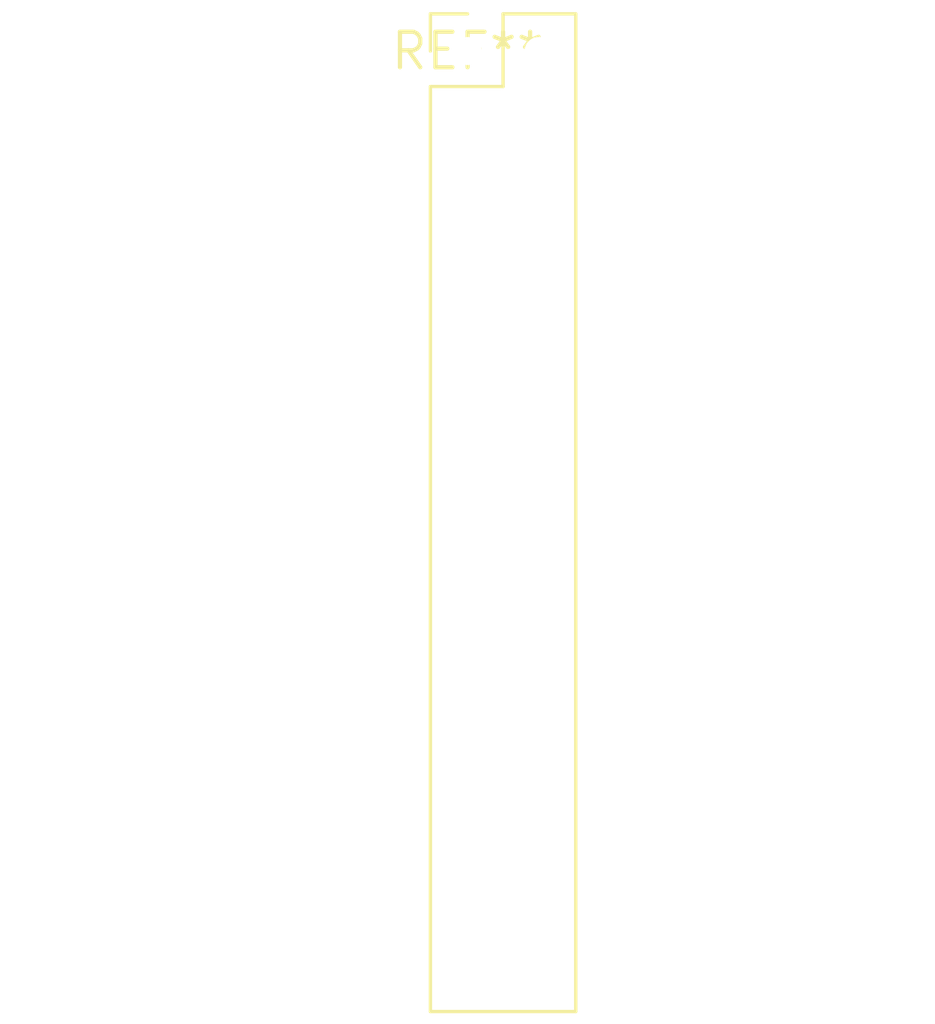
<source format=kicad_pcb>
(kicad_pcb (version 20240108) (generator pcbnew)
  (layers (0 "F.Cu" signal) (31 "B.Cu" signal) (34 "B.Paste" user) (35 "F.Paste" user) (36 "B.SilkS" user "B.Silkscreen") (37 "F.SilkS" user "F.Silkscreen") (38 "B.Mask" user) (39 "F.Mask" user) (44 "Edge.Cuts" user))
  (net 0 "")
  (footprint "PinHeader_2x14_P2.54mm_Vertical" (layer "F.Cu") (at 0 0)
    (property "Reference" "REF**")
    (property "Value" "PinHeader_2x14_P2.54mm_Vertical")
    (fp_line (start -1.33 -1.33) (end 0 -1.33) (layer "F.SilkS") (stroke (width 0.12)))
    (fp_line (start -1.33 0) (end -1.33 -1.33) (layer "F.SilkS") (stroke (width 0.12)))
    (fp_line (start -1.33 1.27) (end -1.33 34.35) (layer "F.SilkS") (stroke (width 0.12)))
    (fp_line (start -1.33 1.27) (end 1.27 1.27) (layer "F.SilkS") (stroke (width 0.12)))
    (fp_line (start -1.33 34.35) (end 3.87 34.35) (layer "F.SilkS") (stroke (width 0.12)))
    (fp_line (start 1.27 -1.33) (end 3.87 -1.33) (layer "F.SilkS") (stroke (width 0.12)))
    (fp_line (start 1.27 1.27) (end 1.27 -1.33) (layer "F.SilkS") (stroke (width 0.12)))
    (fp_line (start 3.87 -1.33) (end 3.87 34.35) (layer "F.SilkS") (stroke (width 0.12)))
    (pad "1" thru_hole rect (at 0 0) (size 1.7 1.7) (drill 1) (layers *.Cu *.Mask) (remove_unused_layers))
    (pad "2" thru_hole oval (at 2.54 0) (size 1.7 1.7) (drill 1) (layers *.Cu *.Mask) (remove_unused_layers))
    (pad "3" thru_hole oval (at 0 2.54) (size 1.7 1.7) (drill 1) (layers *.Cu *.Mask) (remove_unused_layers))
    (pad "4" thru_hole oval (at 2.54 2.54) (size 1.7 1.7) (drill 1) (layers *.Cu *.Mask) (remove_unused_layers))
    (pad "5" thru_hole oval (at 0 5.08) (size 1.7 1.7) (drill 1) (layers *.Cu *.Mask) (remove_unused_layers))
    (pad "6" thru_hole oval (at 2.54 5.08) (size 1.7 1.7) (drill 1) (layers *.Cu *.Mask) (remove_unused_layers))
    (pad "7" thru_hole oval (at 0 7.62) (size 1.7 1.7) (drill 1) (layers *.Cu *.Mask) (remove_unused_layers))
    (pad "8" thru_hole oval (at 2.54 7.62) (size 1.7 1.7) (drill 1) (layers *.Cu *.Mask) (remove_unused_layers))
    (pad "9" thru_hole oval (at 0 10.16) (size 1.7 1.7) (drill 1) (layers *.Cu *.Mask) (remove_unused_layers))
    (pad "10" thru_hole oval (at 2.54 10.16) (size 1.7 1.7) (drill 1) (layers *.Cu *.Mask) (remove_unused_layers))
    (pad "11" thru_hole oval (at 0 12.7) (size 1.7 1.7) (drill 1) (layers *.Cu *.Mask) (remove_unused_layers))
    (pad "12" thru_hole oval (at 2.54 12.7) (size 1.7 1.7) (drill 1) (layers *.Cu *.Mask) (remove_unused_layers))
    (pad "13" thru_hole oval (at 0 15.24) (size 1.7 1.7) (drill 1) (layers *.Cu *.Mask) (remove_unused_layers))
    (pad "14" thru_hole oval (at 2.54 15.24) (size 1.7 1.7) (drill 1) (layers *.Cu *.Mask) (remove_unused_layers))
    (pad "15" thru_hole oval (at 0 17.78) (size 1.7 1.7) (drill 1) (layers *.Cu *.Mask) (remove_unused_layers))
    (pad "16" thru_hole oval (at 2.54 17.78) (size 1.7 1.7) (drill 1) (layers *.Cu *.Mask) (remove_unused_layers))
    (pad "17" thru_hole oval (at 0 20.32) (size 1.7 1.7) (drill 1) (layers *.Cu *.Mask) (remove_unused_layers))
    (pad "18" thru_hole oval (at 2.54 20.32) (size 1.7 1.7) (drill 1) (layers *.Cu *.Mask) (remove_unused_layers))
    (pad "19" thru_hole oval (at 0 22.86) (size 1.7 1.7) (drill 1) (layers *.Cu *.Mask) (remove_unused_layers))
    (pad "20" thru_hole oval (at 2.54 22.86) (size 1.7 1.7) (drill 1) (layers *.Cu *.Mask) (remove_unused_layers))
    (pad "21" thru_hole oval (at 0 25.4) (size 1.7 1.7) (drill 1) (layers *.Cu *.Mask) (remove_unused_layers))
    (pad "22" thru_hole oval (at 2.54 25.4) (size 1.7 1.7) (drill 1) (layers *.Cu *.Mask) (remove_unused_layers))
    (pad "23" thru_hole oval (at 0 27.94) (size 1.7 1.7) (drill 1) (layers *.Cu *.Mask) (remove_unused_layers))
    (pad "24" thru_hole oval (at 2.54 27.94) (size 1.7 1.7) (drill 1) (layers *.Cu *.Mask) (remove_unused_layers))
    (pad "25" thru_hole oval (at 0 30.48) (size 1.7 1.7) (drill 1) (layers *.Cu *.Mask) (remove_unused_layers))
    (pad "26" thru_hole oval (at 2.54 30.48) (size 1.7 1.7) (drill 1) (layers *.Cu *.Mask) (remove_unused_layers))
    (pad "27" thru_hole oval (at 0 33.02) (size 1.7 1.7) (drill 1) (layers *.Cu *.Mask) (remove_unused_layers))
    (pad "28" thru_hole oval (at 2.54 33.02) (size 1.7 1.7) (drill 1) (layers *.Cu *.Mask) (remove_unused_layers))
  )
)
</source>
